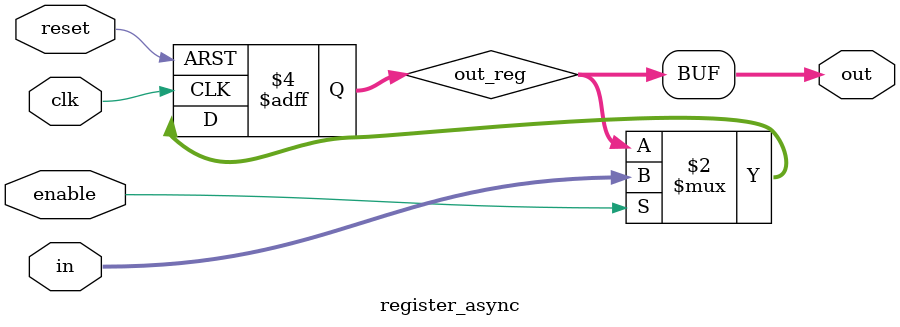
<source format=v>

module register_async #(
  parameter integer WIDTH                 = 8
) (
  input  wire                             clk,
  input  wire                             reset,
  input  wire                             enable,
  input  wire        [ WIDTH -1 : 0 ]     in,
  output wire        [ WIDTH -1 : 0 ]     out
);

  reg [ WIDTH -1 : 0 ] out_reg;

  always @(posedge clk or posedge reset)
  begin
    if (reset)
      out_reg <= 'b0;
    else if (enable)
      out_reg <= in;
  end

  assign out = out_reg;

endmodule

</source>
